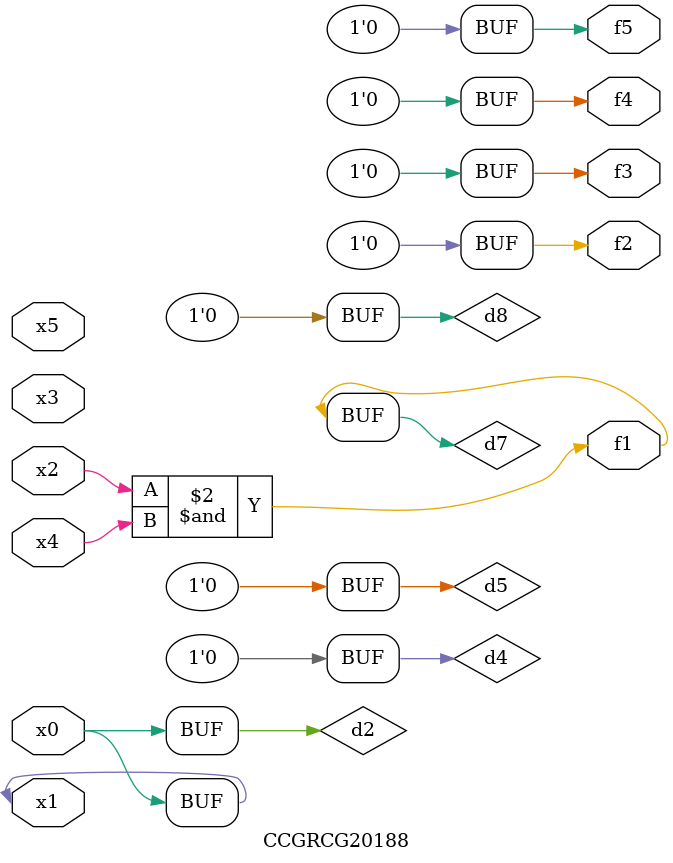
<source format=v>
module CCGRCG20188(
	input x0, x1, x2, x3, x4, x5,
	output f1, f2, f3, f4, f5
);

	wire d1, d2, d3, d4, d5, d6, d7, d8, d9;

	nand (d1, x1);
	buf (d2, x0, x1);
	nand (d3, x2, x4);
	and (d4, d1, d2);
	and (d5, d1, d2);
	nand (d6, d1, d3);
	not (d7, d3);
	xor (d8, d5);
	nor (d9, d5, d6);
	assign f1 = d7;
	assign f2 = d8;
	assign f3 = d8;
	assign f4 = d8;
	assign f5 = d8;
endmodule

</source>
